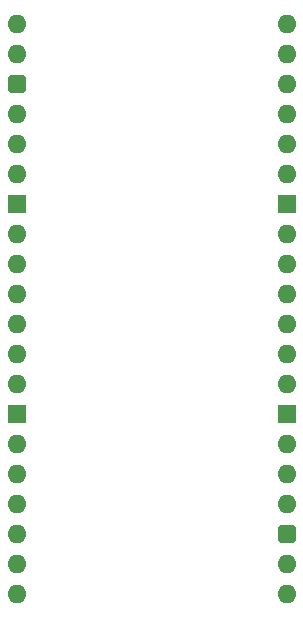
<source format=gbs>
%TF.GenerationSoftware,KiCad,Pcbnew,8.0.7*%
%TF.CreationDate,2025-04-21T20:06:42+02:00*%
%TF.ProjectId,GPIO Address Decode,4750494f-2041-4646-9472-657373204465,rev?*%
%TF.SameCoordinates,PX6d01460PY32de760*%
%TF.FileFunction,Soldermask,Bot*%
%TF.FilePolarity,Negative*%
%FSLAX46Y46*%
G04 Gerber Fmt 4.6, Leading zero omitted, Abs format (unit mm)*
G04 Created by KiCad (PCBNEW 8.0.7) date 2025-04-21 20:06:42*
%MOMM*%
%LPD*%
G01*
G04 APERTURE LIST*
G04 Aperture macros list*
%AMRoundRect*
0 Rectangle with rounded corners*
0 $1 Rounding radius*
0 $2 $3 $4 $5 $6 $7 $8 $9 X,Y pos of 4 corners*
0 Add a 4 corners polygon primitive as box body*
4,1,4,$2,$3,$4,$5,$6,$7,$8,$9,$2,$3,0*
0 Add four circle primitives for the rounded corners*
1,1,$1+$1,$2,$3*
1,1,$1+$1,$4,$5*
1,1,$1+$1,$6,$7*
1,1,$1+$1,$8,$9*
0 Add four rect primitives between the rounded corners*
20,1,$1+$1,$2,$3,$4,$5,0*
20,1,$1+$1,$4,$5,$6,$7,0*
20,1,$1+$1,$6,$7,$8,$9,0*
20,1,$1+$1,$8,$9,$2,$3,0*%
G04 Aperture macros list end*
%ADD10O,1.600000X1.600000*%
%ADD11R,1.600000X1.600000*%
%ADD12RoundRect,0.400000X-0.400000X-0.400000X0.400000X-0.400000X0.400000X0.400000X-0.400000X0.400000X0*%
G04 APERTURE END LIST*
D10*
%TO.C,J1*%
X22860000Y0D03*
X22860000Y-2540000D03*
X22860000Y-5080000D03*
X22860000Y-7620000D03*
X22860000Y-10160000D03*
X22860000Y-12700000D03*
D11*
X22860000Y-15240000D03*
D10*
X22860000Y-17780000D03*
X22860000Y-20320000D03*
X22860000Y-22860000D03*
X22860000Y-25400000D03*
X22860000Y-27940000D03*
X22860000Y-30480000D03*
D11*
X22860000Y-33020000D03*
D10*
X22860000Y-35560000D03*
X22860000Y-38100000D03*
X22860000Y-40640000D03*
D12*
X22860000Y-43180000D03*
D10*
X22860000Y-45720000D03*
X22860000Y-48260000D03*
X0Y-48260000D03*
X0Y-45720000D03*
X0Y-43180000D03*
X0Y-40640000D03*
X0Y-38100000D03*
X0Y-35560000D03*
D11*
X0Y-33020000D03*
D10*
X0Y-30480000D03*
X0Y-27940000D03*
X0Y-25400000D03*
X0Y-22860000D03*
X0Y-20320000D03*
X0Y-17780000D03*
D11*
X0Y-15240000D03*
D10*
X0Y-12700000D03*
X0Y-10160000D03*
X0Y-7620000D03*
D12*
X0Y-5080000D03*
D10*
X0Y-2540000D03*
X0Y0D03*
%TD*%
M02*

</source>
